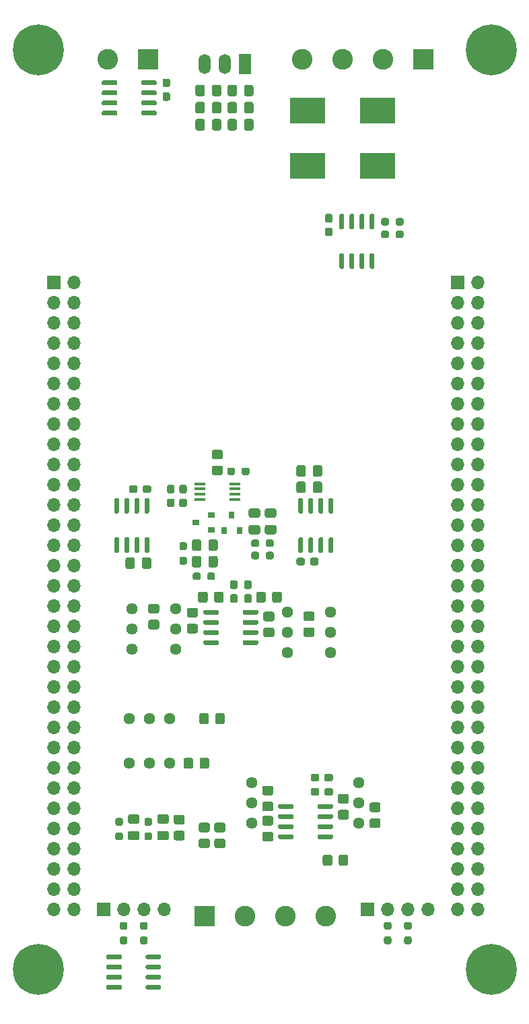
<source format=gts>
G04 #@! TF.GenerationSoftware,KiCad,Pcbnew,5.1.10*
G04 #@! TF.CreationDate,2021-07-20T09:34:09+02:00*
G04 #@! TF.ProjectId,MEV_board,4d45565f-626f-4617-9264-2e6b69636164,rev?*
G04 #@! TF.SameCoordinates,Original*
G04 #@! TF.FileFunction,Soldermask,Top*
G04 #@! TF.FilePolarity,Negative*
%FSLAX46Y46*%
G04 Gerber Fmt 4.6, Leading zero omitted, Abs format (unit mm)*
G04 Created by KiCad (PCBNEW 5.1.10) date 2021-07-20 09:34:09*
%MOMM*%
%LPD*%
G01*
G04 APERTURE LIST*
%ADD10C,6.400000*%
%ADD11C,3.600000*%
%ADD12O,1.700000X1.700000*%
%ADD13R,1.700000X1.700000*%
%ADD14R,4.500000X3.300000*%
%ADD15R,0.900000X0.800000*%
%ADD16R,0.800000X0.900000*%
%ADD17C,2.600000*%
%ADD18R,2.600000X2.600000*%
%ADD19C,1.440000*%
%ADD20R,1.450000X0.450000*%
%ADD21R,1.500000X2.500000*%
%ADD22O,1.500000X2.500000*%
G04 APERTURE END LIST*
G36*
G01*
X133373200Y-138972500D02*
X133373200Y-139447500D01*
G75*
G02*
X133135700Y-139685000I-237500J0D01*
G01*
X132535700Y-139685000D01*
G75*
G02*
X132298200Y-139447500I0J237500D01*
G01*
X132298200Y-138972500D01*
G75*
G02*
X132535700Y-138735000I237500J0D01*
G01*
X133135700Y-138735000D01*
G75*
G02*
X133373200Y-138972500I0J-237500D01*
G01*
G37*
G36*
G01*
X135098200Y-138972500D02*
X135098200Y-139447500D01*
G75*
G02*
X134860700Y-139685000I-237500J0D01*
G01*
X134260700Y-139685000D01*
G75*
G02*
X134023200Y-139447500I0J237500D01*
G01*
X134023200Y-138972500D01*
G75*
G02*
X134260700Y-138735000I237500J0D01*
G01*
X134860700Y-138735000D01*
G75*
G02*
X135098200Y-138972500I0J-237500D01*
G01*
G37*
G36*
G01*
X122868700Y-113732200D02*
X122393700Y-113732200D01*
G75*
G02*
X122156200Y-113494700I0J237500D01*
G01*
X122156200Y-112894700D01*
G75*
G02*
X122393700Y-112657200I237500J0D01*
G01*
X122868700Y-112657200D01*
G75*
G02*
X123106200Y-112894700I0J-237500D01*
G01*
X123106200Y-113494700D01*
G75*
G02*
X122868700Y-113732200I-237500J0D01*
G01*
G37*
G36*
G01*
X122868700Y-115457200D02*
X122393700Y-115457200D01*
G75*
G02*
X122156200Y-115219700I0J237500D01*
G01*
X122156200Y-114619700D01*
G75*
G02*
X122393700Y-114382200I237500J0D01*
G01*
X122868700Y-114382200D01*
G75*
G02*
X123106200Y-114619700I0J-237500D01*
G01*
X123106200Y-115219700D01*
G75*
G02*
X122868700Y-115457200I-237500J0D01*
G01*
G37*
D10*
X98000000Y-161500000D03*
D11*
X98000000Y-161500000D03*
D10*
X155000000Y-161500000D03*
D11*
X155000000Y-161500000D03*
D10*
X98000000Y-46000000D03*
D11*
X98000000Y-46000000D03*
D10*
X155000000Y-46000000D03*
D11*
X155000000Y-46000000D03*
G36*
G01*
X119335600Y-114307199D02*
X119335600Y-115207201D01*
G75*
G02*
X119085601Y-115457200I-249999J0D01*
G01*
X118385599Y-115457200D01*
G75*
G02*
X118135600Y-115207201I0J249999D01*
G01*
X118135600Y-114307199D01*
G75*
G02*
X118385599Y-114057200I249999J0D01*
G01*
X119085601Y-114057200D01*
G75*
G02*
X119335600Y-114307199I0J-249999D01*
G01*
G37*
G36*
G01*
X121335600Y-114307199D02*
X121335600Y-115207201D01*
G75*
G02*
X121085601Y-115457200I-249999J0D01*
G01*
X120385599Y-115457200D01*
G75*
G02*
X120135600Y-115207201I0J249999D01*
G01*
X120135600Y-114307199D01*
G75*
G02*
X120385599Y-114057200I249999J0D01*
G01*
X121085601Y-114057200D01*
G75*
G02*
X121335600Y-114307199I0J-249999D01*
G01*
G37*
D12*
X153340000Y-153960000D03*
X150800000Y-153960000D03*
X153340000Y-151420000D03*
X150800000Y-151420000D03*
X153340000Y-148880000D03*
X150800000Y-148880000D03*
X153340000Y-146340000D03*
X150800000Y-146340000D03*
X153340000Y-143800000D03*
X150800000Y-143800000D03*
X153340000Y-141260000D03*
X150800000Y-141260000D03*
X153340000Y-138720000D03*
X150800000Y-138720000D03*
X153340000Y-136180000D03*
X150800000Y-136180000D03*
X153340000Y-133640000D03*
X150800000Y-133640000D03*
X153340000Y-131100000D03*
X150800000Y-131100000D03*
X153340000Y-128560000D03*
X150800000Y-128560000D03*
X153340000Y-126020000D03*
X150800000Y-126020000D03*
X153340000Y-123480000D03*
X150800000Y-123480000D03*
X153340000Y-120940000D03*
X150800000Y-120940000D03*
X153340000Y-118400000D03*
X150800000Y-118400000D03*
X153340000Y-115860000D03*
X150800000Y-115860000D03*
X153340000Y-113320000D03*
X150800000Y-113320000D03*
X153340000Y-110780000D03*
X150800000Y-110780000D03*
X153340000Y-108240000D03*
X150800000Y-108240000D03*
X153340000Y-105700000D03*
X150800000Y-105700000D03*
X153340000Y-103160000D03*
X150800000Y-103160000D03*
X153340000Y-100620000D03*
X150800000Y-100620000D03*
X153340000Y-98080000D03*
X150800000Y-98080000D03*
X153340000Y-95540000D03*
X150800000Y-95540000D03*
X153340000Y-93000000D03*
X150800000Y-93000000D03*
X153340000Y-90460000D03*
X150800000Y-90460000D03*
X153340000Y-87920000D03*
X150800000Y-87920000D03*
X153340000Y-85380000D03*
X150800000Y-85380000D03*
X153340000Y-82840000D03*
X150800000Y-82840000D03*
X153340000Y-80300000D03*
X150800000Y-80300000D03*
X153340000Y-77760000D03*
X150800000Y-77760000D03*
X153340000Y-75220000D03*
D13*
X150800000Y-75220000D03*
D12*
X102530000Y-153960000D03*
X99990000Y-153960000D03*
X102530000Y-151420000D03*
X99990000Y-151420000D03*
X102530000Y-148880000D03*
X99990000Y-148880000D03*
X102530000Y-146340000D03*
X99990000Y-146340000D03*
X102530000Y-143800000D03*
X99990000Y-143800000D03*
X102530000Y-141260000D03*
X99990000Y-141260000D03*
X102530000Y-138720000D03*
X99990000Y-138720000D03*
X102530000Y-136180000D03*
X99990000Y-136180000D03*
X102530000Y-133640000D03*
X99990000Y-133640000D03*
X102530000Y-131100000D03*
X99990000Y-131100000D03*
X102530000Y-128560000D03*
X99990000Y-128560000D03*
X102530000Y-126020000D03*
X99990000Y-126020000D03*
X102530000Y-123480000D03*
X99990000Y-123480000D03*
X102530000Y-120940000D03*
X99990000Y-120940000D03*
X102530000Y-118400000D03*
X99990000Y-118400000D03*
X102530000Y-115860000D03*
X99990000Y-115860000D03*
X102530000Y-113320000D03*
X99990000Y-113320000D03*
X102530000Y-110780000D03*
X99990000Y-110780000D03*
X102530000Y-108240000D03*
X99990000Y-108240000D03*
X102530000Y-105700000D03*
X99990000Y-105700000D03*
X102530000Y-103160000D03*
X99990000Y-103160000D03*
X102530000Y-100620000D03*
X99990000Y-100620000D03*
X102530000Y-98080000D03*
X99990000Y-98080000D03*
X102530000Y-95540000D03*
X99990000Y-95540000D03*
X102530000Y-93000000D03*
X99990000Y-93000000D03*
X102530000Y-90460000D03*
X99990000Y-90460000D03*
X102530000Y-87920000D03*
X99990000Y-87920000D03*
X102530000Y-85380000D03*
X99990000Y-85380000D03*
X102530000Y-82840000D03*
X99990000Y-82840000D03*
X102530000Y-80300000D03*
X99990000Y-80300000D03*
X102530000Y-77760000D03*
X99990000Y-77760000D03*
X102530000Y-75220000D03*
D13*
X99990000Y-75220000D03*
D12*
X147066000Y-153987500D03*
X144526000Y-153987500D03*
X141986000Y-153987500D03*
D13*
X139446000Y-153987500D03*
D12*
X113842798Y-153974800D03*
X111302798Y-153974800D03*
X108762798Y-153974800D03*
D13*
X106222798Y-153974800D03*
G36*
G01*
X113910100Y-49627500D02*
X114385100Y-49627500D01*
G75*
G02*
X114622600Y-49865000I0J-237500D01*
G01*
X114622600Y-50465000D01*
G75*
G02*
X114385100Y-50702500I-237500J0D01*
G01*
X113910100Y-50702500D01*
G75*
G02*
X113672600Y-50465000I0J237500D01*
G01*
X113672600Y-49865000D01*
G75*
G02*
X113910100Y-49627500I237500J0D01*
G01*
G37*
G36*
G01*
X113910100Y-51352500D02*
X114385100Y-51352500D01*
G75*
G02*
X114622600Y-51590000I0J-237500D01*
G01*
X114622600Y-52190000D01*
G75*
G02*
X114385100Y-52427500I-237500J0D01*
G01*
X113910100Y-52427500D01*
G75*
G02*
X113672600Y-52190000I0J237500D01*
G01*
X113672600Y-51590000D01*
G75*
G02*
X113910100Y-51352500I237500J0D01*
G01*
G37*
G36*
G01*
X119434400Y-110783000D02*
X119434400Y-109833000D01*
G75*
G02*
X119684400Y-109583000I250000J0D01*
G01*
X120359400Y-109583000D01*
G75*
G02*
X120609400Y-109833000I0J-250000D01*
G01*
X120609400Y-110783000D01*
G75*
G02*
X120359400Y-111033000I-250000J0D01*
G01*
X119684400Y-111033000D01*
G75*
G02*
X119434400Y-110783000I0J250000D01*
G01*
G37*
G36*
G01*
X117359400Y-110783000D02*
X117359400Y-109833000D01*
G75*
G02*
X117609400Y-109583000I250000J0D01*
G01*
X118284400Y-109583000D01*
G75*
G02*
X118534400Y-109833000I0J-250000D01*
G01*
X118534400Y-110783000D01*
G75*
G02*
X118284400Y-111033000I-250000J0D01*
G01*
X117609400Y-111033000D01*
G75*
G02*
X117359400Y-110783000I0J250000D01*
G01*
G37*
G36*
G01*
X127729400Y-106863000D02*
X126779400Y-106863000D01*
G75*
G02*
X126529400Y-106613000I0J250000D01*
G01*
X126529400Y-105938000D01*
G75*
G02*
X126779400Y-105688000I250000J0D01*
G01*
X127729400Y-105688000D01*
G75*
G02*
X127979400Y-105938000I0J-250000D01*
G01*
X127979400Y-106613000D01*
G75*
G02*
X127729400Y-106863000I-250000J0D01*
G01*
G37*
G36*
G01*
X127729400Y-104788000D02*
X126779400Y-104788000D01*
G75*
G02*
X126529400Y-104538000I0J250000D01*
G01*
X126529400Y-103863000D01*
G75*
G02*
X126779400Y-103613000I250000J0D01*
G01*
X127729400Y-103613000D01*
G75*
G02*
X127979400Y-103863000I0J-250000D01*
G01*
X127979400Y-104538000D01*
G75*
G02*
X127729400Y-104788000I-250000J0D01*
G01*
G37*
G36*
G01*
X117359400Y-108703000D02*
X117359400Y-107753000D01*
G75*
G02*
X117609400Y-107503000I250000J0D01*
G01*
X118284400Y-107503000D01*
G75*
G02*
X118534400Y-107753000I0J-250000D01*
G01*
X118534400Y-108703000D01*
G75*
G02*
X118284400Y-108953000I-250000J0D01*
G01*
X117609400Y-108953000D01*
G75*
G02*
X117359400Y-108703000I0J250000D01*
G01*
G37*
G36*
G01*
X119434400Y-108703000D02*
X119434400Y-107753000D01*
G75*
G02*
X119684400Y-107503000I250000J0D01*
G01*
X120359400Y-107503000D01*
G75*
G02*
X120609400Y-107753000I0J-250000D01*
G01*
X120609400Y-108703000D01*
G75*
G02*
X120359400Y-108953000I-250000J0D01*
G01*
X119684400Y-108953000D01*
G75*
G02*
X119434400Y-108703000I0J250000D01*
G01*
G37*
G36*
G01*
X125689400Y-104788000D02*
X124739400Y-104788000D01*
G75*
G02*
X124489400Y-104538000I0J250000D01*
G01*
X124489400Y-103863000D01*
G75*
G02*
X124739400Y-103613000I250000J0D01*
G01*
X125689400Y-103613000D01*
G75*
G02*
X125939400Y-103863000I0J-250000D01*
G01*
X125939400Y-104538000D01*
G75*
G02*
X125689400Y-104788000I-250000J0D01*
G01*
G37*
G36*
G01*
X125689400Y-106863000D02*
X124739400Y-106863000D01*
G75*
G02*
X124489400Y-106613000I0J250000D01*
G01*
X124489400Y-105938000D01*
G75*
G02*
X124739400Y-105688000I250000J0D01*
G01*
X125689400Y-105688000D01*
G75*
G02*
X125939400Y-105938000I0J-250000D01*
G01*
X125939400Y-106613000D01*
G75*
G02*
X125689400Y-106863000I-250000J0D01*
G01*
G37*
G36*
G01*
X124171700Y-112657200D02*
X124646700Y-112657200D01*
G75*
G02*
X124884200Y-112894700I0J-237500D01*
G01*
X124884200Y-113494700D01*
G75*
G02*
X124646700Y-113732200I-237500J0D01*
G01*
X124171700Y-113732200D01*
G75*
G02*
X123934200Y-113494700I0J237500D01*
G01*
X123934200Y-112894700D01*
G75*
G02*
X124171700Y-112657200I237500J0D01*
G01*
G37*
G36*
G01*
X124171700Y-114382200D02*
X124646700Y-114382200D01*
G75*
G02*
X124884200Y-114619700I0J-237500D01*
G01*
X124884200Y-115219700D01*
G75*
G02*
X124646700Y-115457200I-237500J0D01*
G01*
X124171700Y-115457200D01*
G75*
G02*
X123934200Y-115219700I0J237500D01*
G01*
X123934200Y-114619700D01*
G75*
G02*
X124171700Y-114382200I237500J0D01*
G01*
G37*
G36*
G01*
X114461400Y-100645500D02*
X114936400Y-100645500D01*
G75*
G02*
X115173900Y-100883000I0J-237500D01*
G01*
X115173900Y-101483000D01*
G75*
G02*
X114936400Y-101720500I-237500J0D01*
G01*
X114461400Y-101720500D01*
G75*
G02*
X114223900Y-101483000I0J237500D01*
G01*
X114223900Y-100883000D01*
G75*
G02*
X114461400Y-100645500I237500J0D01*
G01*
G37*
G36*
G01*
X114461400Y-102370500D02*
X114936400Y-102370500D01*
G75*
G02*
X115173900Y-102608000I0J-237500D01*
G01*
X115173900Y-103208000D01*
G75*
G02*
X114936400Y-103445500I-237500J0D01*
G01*
X114461400Y-103445500D01*
G75*
G02*
X114223900Y-103208000I0J237500D01*
G01*
X114223900Y-102608000D01*
G75*
G02*
X114461400Y-102370500I237500J0D01*
G01*
G37*
G36*
G01*
X116001400Y-102370500D02*
X116476400Y-102370500D01*
G75*
G02*
X116713900Y-102608000I0J-237500D01*
G01*
X116713900Y-103208000D01*
G75*
G02*
X116476400Y-103445500I-237500J0D01*
G01*
X116001400Y-103445500D01*
G75*
G02*
X115763900Y-103208000I0J237500D01*
G01*
X115763900Y-102608000D01*
G75*
G02*
X116001400Y-102370500I237500J0D01*
G01*
G37*
G36*
G01*
X116001400Y-100645500D02*
X116476400Y-100645500D01*
G75*
G02*
X116713900Y-100883000I0J-237500D01*
G01*
X116713900Y-101483000D01*
G75*
G02*
X116476400Y-101720500I-237500J0D01*
G01*
X116001400Y-101720500D01*
G75*
G02*
X115763900Y-101483000I0J237500D01*
G01*
X115763900Y-100883000D01*
G75*
G02*
X116001400Y-100645500I237500J0D01*
G01*
G37*
G36*
G01*
X114195000Y-145287500D02*
X113245000Y-145287500D01*
G75*
G02*
X112995000Y-145037500I0J250000D01*
G01*
X112995000Y-144362500D01*
G75*
G02*
X113245000Y-144112500I250000J0D01*
G01*
X114195000Y-144112500D01*
G75*
G02*
X114445000Y-144362500I0J-250000D01*
G01*
X114445000Y-145037500D01*
G75*
G02*
X114195000Y-145287500I-250000J0D01*
G01*
G37*
G36*
G01*
X114195000Y-143212500D02*
X113245000Y-143212500D01*
G75*
G02*
X112995000Y-142962500I0J250000D01*
G01*
X112995000Y-142287500D01*
G75*
G02*
X113245000Y-142037500I250000J0D01*
G01*
X114195000Y-142037500D01*
G75*
G02*
X114445000Y-142287500I0J-250000D01*
G01*
X114445000Y-142962500D01*
G75*
G02*
X114195000Y-143212500I-250000J0D01*
G01*
G37*
G36*
G01*
X110505000Y-143212500D02*
X109555000Y-143212500D01*
G75*
G02*
X109305000Y-142962500I0J250000D01*
G01*
X109305000Y-142287500D01*
G75*
G02*
X109555000Y-142037500I250000J0D01*
G01*
X110505000Y-142037500D01*
G75*
G02*
X110755000Y-142287500I0J-250000D01*
G01*
X110755000Y-142962500D01*
G75*
G02*
X110505000Y-143212500I-250000J0D01*
G01*
G37*
G36*
G01*
X110505000Y-145287500D02*
X109555000Y-145287500D01*
G75*
G02*
X109305000Y-145037500I0J250000D01*
G01*
X109305000Y-144362500D01*
G75*
G02*
X109555000Y-144112500I250000J0D01*
G01*
X110505000Y-144112500D01*
G75*
G02*
X110755000Y-144362500I0J-250000D01*
G01*
X110755000Y-145037500D01*
G75*
G02*
X110505000Y-145287500I-250000J0D01*
G01*
G37*
G36*
G01*
X133748600Y-98432600D02*
X133748600Y-99382600D01*
G75*
G02*
X133498600Y-99632600I-250000J0D01*
G01*
X132823600Y-99632600D01*
G75*
G02*
X132573600Y-99382600I0J250000D01*
G01*
X132573600Y-98432600D01*
G75*
G02*
X132823600Y-98182600I250000J0D01*
G01*
X133498600Y-98182600D01*
G75*
G02*
X133748600Y-98432600I0J-250000D01*
G01*
G37*
G36*
G01*
X131673600Y-98432600D02*
X131673600Y-99382600D01*
G75*
G02*
X131423600Y-99632600I-250000J0D01*
G01*
X130748600Y-99632600D01*
G75*
G02*
X130498600Y-99382600I0J250000D01*
G01*
X130498600Y-98432600D01*
G75*
G02*
X130748600Y-98182600I250000J0D01*
G01*
X131423600Y-98182600D01*
G75*
G02*
X131673600Y-98432600I0J-250000D01*
G01*
G37*
G36*
G01*
X131673600Y-100490000D02*
X131673600Y-101440000D01*
G75*
G02*
X131423600Y-101690000I-250000J0D01*
G01*
X130748600Y-101690000D01*
G75*
G02*
X130498600Y-101440000I0J250000D01*
G01*
X130498600Y-100490000D01*
G75*
G02*
X130748600Y-100240000I250000J0D01*
G01*
X131423600Y-100240000D01*
G75*
G02*
X131673600Y-100490000I0J-250000D01*
G01*
G37*
G36*
G01*
X133748600Y-100490000D02*
X133748600Y-101440000D01*
G75*
G02*
X133498600Y-101690000I-250000J0D01*
G01*
X132823600Y-101690000D01*
G75*
G02*
X132573600Y-101440000I0J250000D01*
G01*
X132573600Y-100490000D01*
G75*
G02*
X132823600Y-100240000I250000J0D01*
G01*
X133498600Y-100240000D01*
G75*
G02*
X133748600Y-100490000I0J-250000D01*
G01*
G37*
G36*
G01*
X121845500Y-51602601D02*
X121845500Y-50652601D01*
G75*
G02*
X122095500Y-50402601I250000J0D01*
G01*
X122770500Y-50402601D01*
G75*
G02*
X123020500Y-50652601I0J-250000D01*
G01*
X123020500Y-51602601D01*
G75*
G02*
X122770500Y-51852601I-250000J0D01*
G01*
X122095500Y-51852601D01*
G75*
G02*
X121845500Y-51602601I0J250000D01*
G01*
G37*
G36*
G01*
X123920500Y-51602601D02*
X123920500Y-50652601D01*
G75*
G02*
X124170500Y-50402601I250000J0D01*
G01*
X124845500Y-50402601D01*
G75*
G02*
X125095500Y-50652601I0J-250000D01*
G01*
X125095500Y-51602601D01*
G75*
G02*
X124845500Y-51852601I-250000J0D01*
G01*
X124170500Y-51852601D01*
G75*
G02*
X123920500Y-51602601I0J250000D01*
G01*
G37*
G36*
G01*
X123920500Y-55897800D02*
X123920500Y-54947800D01*
G75*
G02*
X124170500Y-54697800I250000J0D01*
G01*
X124845500Y-54697800D01*
G75*
G02*
X125095500Y-54947800I0J-250000D01*
G01*
X125095500Y-55897800D01*
G75*
G02*
X124845500Y-56147800I-250000J0D01*
G01*
X124170500Y-56147800D01*
G75*
G02*
X123920500Y-55897800I0J250000D01*
G01*
G37*
G36*
G01*
X121845500Y-55897800D02*
X121845500Y-54947800D01*
G75*
G02*
X122095500Y-54697800I250000J0D01*
G01*
X122770500Y-54697800D01*
G75*
G02*
X123020500Y-54947800I0J-250000D01*
G01*
X123020500Y-55897800D01*
G75*
G02*
X122770500Y-56147800I-250000J0D01*
G01*
X122095500Y-56147800D01*
G75*
G02*
X121845500Y-55897800I0J250000D01*
G01*
G37*
G36*
G01*
X121845500Y-53764200D02*
X121845500Y-52814200D01*
G75*
G02*
X122095500Y-52564200I250000J0D01*
G01*
X122770500Y-52564200D01*
G75*
G02*
X123020500Y-52814200I0J-250000D01*
G01*
X123020500Y-53764200D01*
G75*
G02*
X122770500Y-54014200I-250000J0D01*
G01*
X122095500Y-54014200D01*
G75*
G02*
X121845500Y-53764200I0J250000D01*
G01*
G37*
G36*
G01*
X123920500Y-53764200D02*
X123920500Y-52814200D01*
G75*
G02*
X124170500Y-52564200I250000J0D01*
G01*
X124845500Y-52564200D01*
G75*
G02*
X125095500Y-52814200I0J-250000D01*
G01*
X125095500Y-53764200D01*
G75*
G02*
X124845500Y-54014200I-250000J0D01*
G01*
X124170500Y-54014200D01*
G75*
G02*
X123920500Y-53764200I0J250000D01*
G01*
G37*
G36*
G01*
X131568600Y-110049300D02*
X131568600Y-110524300D01*
G75*
G02*
X131331100Y-110761800I-237500J0D01*
G01*
X130731100Y-110761800D01*
G75*
G02*
X130493600Y-110524300I0J237500D01*
G01*
X130493600Y-110049300D01*
G75*
G02*
X130731100Y-109811800I237500J0D01*
G01*
X131331100Y-109811800D01*
G75*
G02*
X131568600Y-110049300I0J-237500D01*
G01*
G37*
G36*
G01*
X133293600Y-110049300D02*
X133293600Y-110524300D01*
G75*
G02*
X133056100Y-110761800I-237500J0D01*
G01*
X132456100Y-110761800D01*
G75*
G02*
X132218600Y-110524300I0J237500D01*
G01*
X132218600Y-110049300D01*
G75*
G02*
X132456100Y-109811800I237500J0D01*
G01*
X133056100Y-109811800D01*
G75*
G02*
X133293600Y-110049300I0J-237500D01*
G01*
G37*
G36*
G01*
X111070900Y-110965000D02*
X111070900Y-110015000D01*
G75*
G02*
X111320900Y-109765000I250000J0D01*
G01*
X111995900Y-109765000D01*
G75*
G02*
X112245900Y-110015000I0J-250000D01*
G01*
X112245900Y-110965000D01*
G75*
G02*
X111995900Y-111215000I-250000J0D01*
G01*
X111320900Y-111215000D01*
G75*
G02*
X111070900Y-110965000I0J250000D01*
G01*
G37*
G36*
G01*
X108995900Y-110965000D02*
X108995900Y-110015000D01*
G75*
G02*
X109245900Y-109765000I250000J0D01*
G01*
X109920900Y-109765000D01*
G75*
G02*
X110170900Y-110015000I0J-250000D01*
G01*
X110170900Y-110965000D01*
G75*
G02*
X109920900Y-111215000I-250000J0D01*
G01*
X109245900Y-111215000D01*
G75*
G02*
X108995900Y-110965000I0J250000D01*
G01*
G37*
G36*
G01*
X121053000Y-54947800D02*
X121053000Y-55897800D01*
G75*
G02*
X120803000Y-56147800I-250000J0D01*
G01*
X120128000Y-56147800D01*
G75*
G02*
X119878000Y-55897800I0J250000D01*
G01*
X119878000Y-54947800D01*
G75*
G02*
X120128000Y-54697800I250000J0D01*
G01*
X120803000Y-54697800D01*
G75*
G02*
X121053000Y-54947800I0J-250000D01*
G01*
G37*
G36*
G01*
X118978000Y-54947800D02*
X118978000Y-55897800D01*
G75*
G02*
X118728000Y-56147800I-250000J0D01*
G01*
X118053000Y-56147800D01*
G75*
G02*
X117803000Y-55897800I0J250000D01*
G01*
X117803000Y-54947800D01*
G75*
G02*
X118053000Y-54697800I250000J0D01*
G01*
X118728000Y-54697800D01*
G75*
G02*
X118978000Y-54947800I0J-250000D01*
G01*
G37*
G36*
G01*
X121053000Y-52814200D02*
X121053000Y-53764200D01*
G75*
G02*
X120803000Y-54014200I-250000J0D01*
G01*
X120128000Y-54014200D01*
G75*
G02*
X119878000Y-53764200I0J250000D01*
G01*
X119878000Y-52814200D01*
G75*
G02*
X120128000Y-52564200I250000J0D01*
G01*
X120803000Y-52564200D01*
G75*
G02*
X121053000Y-52814200I0J-250000D01*
G01*
G37*
G36*
G01*
X118978000Y-52814200D02*
X118978000Y-53764200D01*
G75*
G02*
X118728000Y-54014200I-250000J0D01*
G01*
X118053000Y-54014200D01*
G75*
G02*
X117803000Y-53764200I0J250000D01*
G01*
X117803000Y-52814200D01*
G75*
G02*
X118053000Y-52564200I250000J0D01*
G01*
X118728000Y-52564200D01*
G75*
G02*
X118978000Y-52814200I0J-250000D01*
G01*
G37*
G36*
G01*
X109445600Y-101420500D02*
X109445600Y-100945500D01*
G75*
G02*
X109683100Y-100708000I237500J0D01*
G01*
X110283100Y-100708000D01*
G75*
G02*
X110520600Y-100945500I0J-237500D01*
G01*
X110520600Y-101420500D01*
G75*
G02*
X110283100Y-101658000I-237500J0D01*
G01*
X109683100Y-101658000D01*
G75*
G02*
X109445600Y-101420500I0J237500D01*
G01*
G37*
G36*
G01*
X111170600Y-101420500D02*
X111170600Y-100945500D01*
G75*
G02*
X111408100Y-100708000I237500J0D01*
G01*
X112008100Y-100708000D01*
G75*
G02*
X112245600Y-100945500I0J-237500D01*
G01*
X112245600Y-101420500D01*
G75*
G02*
X112008100Y-101658000I-237500J0D01*
G01*
X111408100Y-101658000D01*
G75*
G02*
X111170600Y-101420500I0J237500D01*
G01*
G37*
G36*
G01*
X118978000Y-50652601D02*
X118978000Y-51602601D01*
G75*
G02*
X118728000Y-51852601I-250000J0D01*
G01*
X118053000Y-51852601D01*
G75*
G02*
X117803000Y-51602601I0J250000D01*
G01*
X117803000Y-50652601D01*
G75*
G02*
X118053000Y-50402601I250000J0D01*
G01*
X118728000Y-50402601D01*
G75*
G02*
X118978000Y-50652601I0J-250000D01*
G01*
G37*
G36*
G01*
X121053000Y-50652601D02*
X121053000Y-51602601D01*
G75*
G02*
X120803000Y-51852601I-250000J0D01*
G01*
X120128000Y-51852601D01*
G75*
G02*
X119878000Y-51602601I0J250000D01*
G01*
X119878000Y-50652601D01*
G75*
G02*
X120128000Y-50402601I250000J0D01*
G01*
X120803000Y-50402601D01*
G75*
G02*
X121053000Y-50652601I0J-250000D01*
G01*
G37*
G36*
G01*
X134023200Y-137657500D02*
X134023200Y-137182500D01*
G75*
G02*
X134260700Y-136945000I237500J0D01*
G01*
X134860700Y-136945000D01*
G75*
G02*
X135098200Y-137182500I0J-237500D01*
G01*
X135098200Y-137657500D01*
G75*
G02*
X134860700Y-137895000I-237500J0D01*
G01*
X134260700Y-137895000D01*
G75*
G02*
X134023200Y-137657500I0J237500D01*
G01*
G37*
G36*
G01*
X132298200Y-137657500D02*
X132298200Y-137182500D01*
G75*
G02*
X132535700Y-136945000I237500J0D01*
G01*
X133135700Y-136945000D01*
G75*
G02*
X133373200Y-137182500I0J-237500D01*
G01*
X133373200Y-137657500D01*
G75*
G02*
X133135700Y-137895000I-237500J0D01*
G01*
X132535700Y-137895000D01*
G75*
G02*
X132298200Y-137657500I0J237500D01*
G01*
G37*
G36*
G01*
X134331700Y-68351800D02*
X134806700Y-68351800D01*
G75*
G02*
X135044200Y-68589300I0J-237500D01*
G01*
X135044200Y-69189300D01*
G75*
G02*
X134806700Y-69426800I-237500J0D01*
G01*
X134331700Y-69426800D01*
G75*
G02*
X134094200Y-69189300I0J237500D01*
G01*
X134094200Y-68589300D01*
G75*
G02*
X134331700Y-68351800I237500J0D01*
G01*
G37*
G36*
G01*
X134331700Y-66626800D02*
X134806700Y-66626800D01*
G75*
G02*
X135044200Y-66864300I0J-237500D01*
G01*
X135044200Y-67464300D01*
G75*
G02*
X134806700Y-67701800I-237500J0D01*
G01*
X134331700Y-67701800D01*
G75*
G02*
X134094200Y-67464300I0J237500D01*
G01*
X134094200Y-66864300D01*
G75*
G02*
X134331700Y-66626800I237500J0D01*
G01*
G37*
D14*
X140740000Y-53644800D03*
X131940000Y-53644800D03*
X131940000Y-60604400D03*
X140740000Y-60604400D03*
D15*
X117814400Y-105368000D03*
X119814400Y-104418000D03*
X119814400Y-106318000D03*
D16*
X121424400Y-106418000D03*
X123324400Y-106418000D03*
X122374400Y-104418000D03*
D17*
X134188200Y-154838400D03*
X129108200Y-154838400D03*
X124028200Y-154838400D03*
D18*
X118948200Y-154838400D03*
X111823500Y-47200000D03*
D17*
X106743500Y-47200000D03*
D18*
X146500000Y-47200000D03*
D17*
X141420000Y-47200000D03*
X136340000Y-47200000D03*
X131260000Y-47200000D03*
G36*
G01*
X119368201Y-144280000D02*
X118468199Y-144280000D01*
G75*
G02*
X118218200Y-144030001I0J249999D01*
G01*
X118218200Y-143329999D01*
G75*
G02*
X118468199Y-143080000I249999J0D01*
G01*
X119368201Y-143080000D01*
G75*
G02*
X119618200Y-143329999I0J-249999D01*
G01*
X119618200Y-144030001D01*
G75*
G02*
X119368201Y-144280000I-249999J0D01*
G01*
G37*
G36*
G01*
X119368201Y-146280000D02*
X118468199Y-146280000D01*
G75*
G02*
X118218200Y-146030001I0J249999D01*
G01*
X118218200Y-145329999D01*
G75*
G02*
X118468199Y-145080000I249999J0D01*
G01*
X119368201Y-145080000D01*
G75*
G02*
X119618200Y-145329999I0J-249999D01*
G01*
X119618200Y-146030001D01*
G75*
G02*
X119368201Y-146280000I-249999J0D01*
G01*
G37*
G36*
G01*
X121330001Y-144280000D02*
X120429999Y-144280000D01*
G75*
G02*
X120180000Y-144030001I0J249999D01*
G01*
X120180000Y-143329999D01*
G75*
G02*
X120429999Y-143080000I249999J0D01*
G01*
X121330001Y-143080000D01*
G75*
G02*
X121580000Y-143329999I0J-249999D01*
G01*
X121580000Y-144030001D01*
G75*
G02*
X121330001Y-144280000I-249999J0D01*
G01*
G37*
G36*
G01*
X121330001Y-146280000D02*
X120429999Y-146280000D01*
G75*
G02*
X120180000Y-146030001I0J249999D01*
G01*
X120180000Y-145329999D01*
G75*
G02*
X120429999Y-145080000I249999J0D01*
G01*
X121330001Y-145080000D01*
G75*
G02*
X121580000Y-145329999I0J-249999D01*
G01*
X121580000Y-146030001D01*
G75*
G02*
X121330001Y-146280000I-249999J0D01*
G01*
G37*
G36*
G01*
X116320000Y-136070001D02*
X116320000Y-135169999D01*
G75*
G02*
X116569999Y-134920000I249999J0D01*
G01*
X117270001Y-134920000D01*
G75*
G02*
X117520000Y-135169999I0J-249999D01*
G01*
X117520000Y-136070001D01*
G75*
G02*
X117270001Y-136320000I-249999J0D01*
G01*
X116569999Y-136320000D01*
G75*
G02*
X116320000Y-136070001I0J249999D01*
G01*
G37*
G36*
G01*
X118320000Y-136070001D02*
X118320000Y-135169999D01*
G75*
G02*
X118569999Y-134920000I249999J0D01*
G01*
X119270001Y-134920000D01*
G75*
G02*
X119520000Y-135169999I0J-249999D01*
G01*
X119520000Y-136070001D01*
G75*
G02*
X119270001Y-136320000I-249999J0D01*
G01*
X118569999Y-136320000D01*
G75*
G02*
X118320000Y-136070001I0J249999D01*
G01*
G37*
G36*
G01*
X118280000Y-130470001D02*
X118280000Y-129569999D01*
G75*
G02*
X118529999Y-129320000I249999J0D01*
G01*
X119230001Y-129320000D01*
G75*
G02*
X119480000Y-129569999I0J-249999D01*
G01*
X119480000Y-130470001D01*
G75*
G02*
X119230001Y-130720000I-249999J0D01*
G01*
X118529999Y-130720000D01*
G75*
G02*
X118280000Y-130470001I0J249999D01*
G01*
G37*
G36*
G01*
X120280000Y-130470001D02*
X120280000Y-129569999D01*
G75*
G02*
X120529999Y-129320000I249999J0D01*
G01*
X121230001Y-129320000D01*
G75*
G02*
X121480000Y-129569999I0J-249999D01*
G01*
X121480000Y-130470001D01*
G75*
G02*
X121230001Y-130720000I-249999J0D01*
G01*
X120529999Y-130720000D01*
G75*
G02*
X120280000Y-130470001I0J249999D01*
G01*
G37*
G36*
G01*
X113003751Y-116805000D02*
X112103749Y-116805000D01*
G75*
G02*
X111853750Y-116555001I0J249999D01*
G01*
X111853750Y-115854999D01*
G75*
G02*
X112103749Y-115605000I249999J0D01*
G01*
X113003751Y-115605000D01*
G75*
G02*
X113253750Y-115854999I0J-249999D01*
G01*
X113253750Y-116555001D01*
G75*
G02*
X113003751Y-116805000I-249999J0D01*
G01*
G37*
G36*
G01*
X113003751Y-118805000D02*
X112103749Y-118805000D01*
G75*
G02*
X111853750Y-118555001I0J249999D01*
G01*
X111853750Y-117854999D01*
G75*
G02*
X112103749Y-117605000I249999J0D01*
G01*
X113003751Y-117605000D01*
G75*
G02*
X113253750Y-117854999I0J-249999D01*
G01*
X113253750Y-118555001D01*
G75*
G02*
X113003751Y-118805000I-249999J0D01*
G01*
G37*
G36*
G01*
X127450800Y-115207201D02*
X127450800Y-114307199D01*
G75*
G02*
X127700799Y-114057200I249999J0D01*
G01*
X128400801Y-114057200D01*
G75*
G02*
X128650800Y-114307199I0J-249999D01*
G01*
X128650800Y-115207201D01*
G75*
G02*
X128400801Y-115457200I-249999J0D01*
G01*
X127700799Y-115457200D01*
G75*
G02*
X127450800Y-115207201I0J249999D01*
G01*
G37*
G36*
G01*
X125450800Y-115207201D02*
X125450800Y-114307199D01*
G75*
G02*
X125700799Y-114057200I249999J0D01*
G01*
X126400801Y-114057200D01*
G75*
G02*
X126650800Y-114307199I0J-249999D01*
G01*
X126650800Y-115207201D01*
G75*
G02*
X126400801Y-115457200I-249999J0D01*
G01*
X125700799Y-115457200D01*
G75*
G02*
X125450800Y-115207201I0J249999D01*
G01*
G37*
G36*
G01*
X132530001Y-117760800D02*
X131629999Y-117760800D01*
G75*
G02*
X131380000Y-117510801I0J249999D01*
G01*
X131380000Y-116810799D01*
G75*
G02*
X131629999Y-116560800I249999J0D01*
G01*
X132530001Y-116560800D01*
G75*
G02*
X132780000Y-116810799I0J-249999D01*
G01*
X132780000Y-117510801D01*
G75*
G02*
X132530001Y-117760800I-249999J0D01*
G01*
G37*
G36*
G01*
X132530001Y-119760800D02*
X131629999Y-119760800D01*
G75*
G02*
X131380000Y-119510801I0J249999D01*
G01*
X131380000Y-118810799D01*
G75*
G02*
X131629999Y-118560800I249999J0D01*
G01*
X132530001Y-118560800D01*
G75*
G02*
X132780000Y-118810799I0J-249999D01*
G01*
X132780000Y-119510801D01*
G75*
G02*
X132530001Y-119760800I-249999J0D01*
G01*
G37*
G36*
G01*
X116961749Y-116104500D02*
X117861751Y-116104500D01*
G75*
G02*
X118111750Y-116354499I0J-249999D01*
G01*
X118111750Y-117054501D01*
G75*
G02*
X117861751Y-117304500I-249999J0D01*
G01*
X116961749Y-117304500D01*
G75*
G02*
X116711750Y-117054501I0J249999D01*
G01*
X116711750Y-116354499D01*
G75*
G02*
X116961749Y-116104500I249999J0D01*
G01*
G37*
G36*
G01*
X116961749Y-118104500D02*
X117861751Y-118104500D01*
G75*
G02*
X118111750Y-118354499I0J-249999D01*
G01*
X118111750Y-119054501D01*
G75*
G02*
X117861751Y-119304500I-249999J0D01*
G01*
X116961749Y-119304500D01*
G75*
G02*
X116711750Y-119054501I0J249999D01*
G01*
X116711750Y-118354499D01*
G75*
G02*
X116961749Y-118104500I249999J0D01*
G01*
G37*
G36*
G01*
X126575149Y-116589500D02*
X127475151Y-116589500D01*
G75*
G02*
X127725150Y-116839499I0J-249999D01*
G01*
X127725150Y-117539501D01*
G75*
G02*
X127475151Y-117789500I-249999J0D01*
G01*
X126575149Y-117789500D01*
G75*
G02*
X126325150Y-117539501I0J249999D01*
G01*
X126325150Y-116839499D01*
G75*
G02*
X126575149Y-116589500I249999J0D01*
G01*
G37*
G36*
G01*
X126575149Y-118589500D02*
X127475151Y-118589500D01*
G75*
G02*
X127725150Y-118839499I0J-249999D01*
G01*
X127725150Y-119539501D01*
G75*
G02*
X127475151Y-119789500I-249999J0D01*
G01*
X126575149Y-119789500D01*
G75*
G02*
X126325150Y-119539501I0J249999D01*
G01*
X126325150Y-118839499D01*
G75*
G02*
X126575149Y-118589500I249999J0D01*
G01*
G37*
G36*
G01*
X117464400Y-112375500D02*
X117464400Y-111900500D01*
G75*
G02*
X117701900Y-111663000I237500J0D01*
G01*
X118201900Y-111663000D01*
G75*
G02*
X118439400Y-111900500I0J-237500D01*
G01*
X118439400Y-112375500D01*
G75*
G02*
X118201900Y-112613000I-237500J0D01*
G01*
X117701900Y-112613000D01*
G75*
G02*
X117464400Y-112375500I0J237500D01*
G01*
G37*
G36*
G01*
X119289400Y-112375500D02*
X119289400Y-111900500D01*
G75*
G02*
X119526900Y-111663000I237500J0D01*
G01*
X120026900Y-111663000D01*
G75*
G02*
X120264400Y-111900500I0J-237500D01*
G01*
X120264400Y-112375500D01*
G75*
G02*
X120026900Y-112613000I-237500J0D01*
G01*
X119526900Y-112613000D01*
G75*
G02*
X119289400Y-112375500I0J237500D01*
G01*
G37*
G36*
G01*
X125809400Y-109290500D02*
X125809400Y-109765500D01*
G75*
G02*
X125571900Y-110003000I-237500J0D01*
G01*
X125071900Y-110003000D01*
G75*
G02*
X124834400Y-109765500I0J237500D01*
G01*
X124834400Y-109290500D01*
G75*
G02*
X125071900Y-109053000I237500J0D01*
G01*
X125571900Y-109053000D01*
G75*
G02*
X125809400Y-109290500I0J-237500D01*
G01*
G37*
G36*
G01*
X127634400Y-109290500D02*
X127634400Y-109765500D01*
G75*
G02*
X127396900Y-110003000I-237500J0D01*
G01*
X126896900Y-110003000D01*
G75*
G02*
X126659400Y-109765500I0J237500D01*
G01*
X126659400Y-109290500D01*
G75*
G02*
X126896900Y-109053000I237500J0D01*
G01*
X127396900Y-109053000D01*
G75*
G02*
X127634400Y-109290500I0J-237500D01*
G01*
G37*
G36*
G01*
X116026900Y-109693000D02*
X116501900Y-109693000D01*
G75*
G02*
X116739400Y-109930500I0J-237500D01*
G01*
X116739400Y-110430500D01*
G75*
G02*
X116501900Y-110668000I-237500J0D01*
G01*
X116026900Y-110668000D01*
G75*
G02*
X115789400Y-110430500I0J237500D01*
G01*
X115789400Y-109930500D01*
G75*
G02*
X116026900Y-109693000I237500J0D01*
G01*
G37*
G36*
G01*
X116026900Y-107868000D02*
X116501900Y-107868000D01*
G75*
G02*
X116739400Y-108105500I0J-237500D01*
G01*
X116739400Y-108605500D01*
G75*
G02*
X116501900Y-108843000I-237500J0D01*
G01*
X116026900Y-108843000D01*
G75*
G02*
X115789400Y-108605500I0J237500D01*
G01*
X115789400Y-108105500D01*
G75*
G02*
X116026900Y-107868000I237500J0D01*
G01*
G37*
G36*
G01*
X124834400Y-108225500D02*
X124834400Y-107750500D01*
G75*
G02*
X125071900Y-107513000I237500J0D01*
G01*
X125571900Y-107513000D01*
G75*
G02*
X125809400Y-107750500I0J-237500D01*
G01*
X125809400Y-108225500D01*
G75*
G02*
X125571900Y-108463000I-237500J0D01*
G01*
X125071900Y-108463000D01*
G75*
G02*
X124834400Y-108225500I0J237500D01*
G01*
G37*
G36*
G01*
X126659400Y-108225500D02*
X126659400Y-107750500D01*
G75*
G02*
X126896900Y-107513000I237500J0D01*
G01*
X127396900Y-107513000D01*
G75*
G02*
X127634400Y-107750500I0J-237500D01*
G01*
X127634400Y-108225500D01*
G75*
G02*
X127396900Y-108463000I-237500J0D01*
G01*
X126896900Y-108463000D01*
G75*
G02*
X126659400Y-108225500I0J237500D01*
G01*
G37*
G36*
G01*
X122765000Y-98720900D02*
X122765000Y-99195900D01*
G75*
G02*
X122527500Y-99433400I-237500J0D01*
G01*
X122027500Y-99433400D01*
G75*
G02*
X121790000Y-99195900I0J237500D01*
G01*
X121790000Y-98720900D01*
G75*
G02*
X122027500Y-98483400I237500J0D01*
G01*
X122527500Y-98483400D01*
G75*
G02*
X122765000Y-98720900I0J-237500D01*
G01*
G37*
G36*
G01*
X124590000Y-98720900D02*
X124590000Y-99195900D01*
G75*
G02*
X124352500Y-99433400I-237500J0D01*
G01*
X123852500Y-99433400D01*
G75*
G02*
X123615000Y-99195900I0J237500D01*
G01*
X123615000Y-98720900D01*
G75*
G02*
X123852500Y-98483400I237500J0D01*
G01*
X124352500Y-98483400D01*
G75*
G02*
X124590000Y-98720900I0J-237500D01*
G01*
G37*
G36*
G01*
X120998401Y-99440800D02*
X120098399Y-99440800D01*
G75*
G02*
X119848400Y-99190801I0J249999D01*
G01*
X119848400Y-98490799D01*
G75*
G02*
X120098399Y-98240800I249999J0D01*
G01*
X120998401Y-98240800D01*
G75*
G02*
X121248400Y-98490799I0J-249999D01*
G01*
X121248400Y-99190801D01*
G75*
G02*
X120998401Y-99440800I-249999J0D01*
G01*
G37*
G36*
G01*
X120998401Y-97440800D02*
X120098399Y-97440800D01*
G75*
G02*
X119848400Y-97190801I0J249999D01*
G01*
X119848400Y-96490799D01*
G75*
G02*
X120098399Y-96240800I249999J0D01*
G01*
X120998401Y-96240800D01*
G75*
G02*
X121248400Y-96490799I0J-249999D01*
G01*
X121248400Y-97190801D01*
G75*
G02*
X120998401Y-97440800I-249999J0D01*
G01*
G37*
G36*
G01*
X112097500Y-145292500D02*
X111622500Y-145292500D01*
G75*
G02*
X111385000Y-145055000I0J237500D01*
G01*
X111385000Y-144555000D01*
G75*
G02*
X111622500Y-144317500I237500J0D01*
G01*
X112097500Y-144317500D01*
G75*
G02*
X112335000Y-144555000I0J-237500D01*
G01*
X112335000Y-145055000D01*
G75*
G02*
X112097500Y-145292500I-237500J0D01*
G01*
G37*
G36*
G01*
X112097500Y-143467500D02*
X111622500Y-143467500D01*
G75*
G02*
X111385000Y-143230000I0J237500D01*
G01*
X111385000Y-142730000D01*
G75*
G02*
X111622500Y-142492500I237500J0D01*
G01*
X112097500Y-142492500D01*
G75*
G02*
X112335000Y-142730000I0J-237500D01*
G01*
X112335000Y-143230000D01*
G75*
G02*
X112097500Y-143467500I-237500J0D01*
G01*
G37*
G36*
G01*
X107962500Y-144317500D02*
X108437500Y-144317500D01*
G75*
G02*
X108675000Y-144555000I0J-237500D01*
G01*
X108675000Y-145055000D01*
G75*
G02*
X108437500Y-145292500I-237500J0D01*
G01*
X107962500Y-145292500D01*
G75*
G02*
X107725000Y-145055000I0J237500D01*
G01*
X107725000Y-144555000D01*
G75*
G02*
X107962500Y-144317500I237500J0D01*
G01*
G37*
G36*
G01*
X107962500Y-142492500D02*
X108437500Y-142492500D01*
G75*
G02*
X108675000Y-142730000I0J-237500D01*
G01*
X108675000Y-143230000D01*
G75*
G02*
X108437500Y-143467500I-237500J0D01*
G01*
X107962500Y-143467500D01*
G75*
G02*
X107725000Y-143230000I0J237500D01*
G01*
X107725000Y-142730000D01*
G75*
G02*
X107962500Y-142492500I237500J0D01*
G01*
G37*
G36*
G01*
X111065300Y-155546600D02*
X111540300Y-155546600D01*
G75*
G02*
X111777800Y-155784100I0J-237500D01*
G01*
X111777800Y-156284100D01*
G75*
G02*
X111540300Y-156521600I-237500J0D01*
G01*
X111065300Y-156521600D01*
G75*
G02*
X110827800Y-156284100I0J237500D01*
G01*
X110827800Y-155784100D01*
G75*
G02*
X111065300Y-155546600I237500J0D01*
G01*
G37*
G36*
G01*
X111065300Y-157371600D02*
X111540300Y-157371600D01*
G75*
G02*
X111777800Y-157609100I0J-237500D01*
G01*
X111777800Y-158109100D01*
G75*
G02*
X111540300Y-158346600I-237500J0D01*
G01*
X111065300Y-158346600D01*
G75*
G02*
X110827800Y-158109100I0J237500D01*
G01*
X110827800Y-157609100D01*
G75*
G02*
X111065300Y-157371600I237500J0D01*
G01*
G37*
G36*
G01*
X108525300Y-157371600D02*
X109000300Y-157371600D01*
G75*
G02*
X109237800Y-157609100I0J-237500D01*
G01*
X109237800Y-158109100D01*
G75*
G02*
X109000300Y-158346600I-237500J0D01*
G01*
X108525300Y-158346600D01*
G75*
G02*
X108287800Y-158109100I0J237500D01*
G01*
X108287800Y-157609100D01*
G75*
G02*
X108525300Y-157371600I237500J0D01*
G01*
G37*
G36*
G01*
X108525300Y-155546600D02*
X109000300Y-155546600D01*
G75*
G02*
X109237800Y-155784100I0J-237500D01*
G01*
X109237800Y-156284100D01*
G75*
G02*
X109000300Y-156521600I-237500J0D01*
G01*
X108525300Y-156521600D01*
G75*
G02*
X108287800Y-156284100I0J237500D01*
G01*
X108287800Y-155784100D01*
G75*
G02*
X108525300Y-155546600I237500J0D01*
G01*
G37*
G36*
G01*
X144288500Y-155546600D02*
X144763500Y-155546600D01*
G75*
G02*
X145001000Y-155784100I0J-237500D01*
G01*
X145001000Y-156284100D01*
G75*
G02*
X144763500Y-156521600I-237500J0D01*
G01*
X144288500Y-156521600D01*
G75*
G02*
X144051000Y-156284100I0J237500D01*
G01*
X144051000Y-155784100D01*
G75*
G02*
X144288500Y-155546600I237500J0D01*
G01*
G37*
G36*
G01*
X144288500Y-157371600D02*
X144763500Y-157371600D01*
G75*
G02*
X145001000Y-157609100I0J-237500D01*
G01*
X145001000Y-158109100D01*
G75*
G02*
X144763500Y-158346600I-237500J0D01*
G01*
X144288500Y-158346600D01*
G75*
G02*
X144051000Y-158109100I0J237500D01*
G01*
X144051000Y-157609100D01*
G75*
G02*
X144288500Y-157371600I237500J0D01*
G01*
G37*
G36*
G01*
X141748500Y-157371600D02*
X142223500Y-157371600D01*
G75*
G02*
X142461000Y-157609100I0J-237500D01*
G01*
X142461000Y-158109100D01*
G75*
G02*
X142223500Y-158346600I-237500J0D01*
G01*
X141748500Y-158346600D01*
G75*
G02*
X141511000Y-158109100I0J237500D01*
G01*
X141511000Y-157609100D01*
G75*
G02*
X141748500Y-157371600I237500J0D01*
G01*
G37*
G36*
G01*
X141748500Y-155546600D02*
X142223500Y-155546600D01*
G75*
G02*
X142461000Y-155784100I0J-237500D01*
G01*
X142461000Y-156284100D01*
G75*
G02*
X142223500Y-156521600I-237500J0D01*
G01*
X141748500Y-156521600D01*
G75*
G02*
X141511000Y-156284100I0J237500D01*
G01*
X141511000Y-155784100D01*
G75*
G02*
X141748500Y-155546600I237500J0D01*
G01*
G37*
G36*
G01*
X135810000Y-148250001D02*
X135810000Y-147349999D01*
G75*
G02*
X136059999Y-147100000I249999J0D01*
G01*
X136760001Y-147100000D01*
G75*
G02*
X137010000Y-147349999I0J-249999D01*
G01*
X137010000Y-148250001D01*
G75*
G02*
X136760001Y-148500000I-249999J0D01*
G01*
X136059999Y-148500000D01*
G75*
G02*
X135810000Y-148250001I0J249999D01*
G01*
G37*
G36*
G01*
X133810000Y-148250001D02*
X133810000Y-147349999D01*
G75*
G02*
X134059999Y-147100000I249999J0D01*
G01*
X134760001Y-147100000D01*
G75*
G02*
X135010000Y-147349999I0J-249999D01*
G01*
X135010000Y-148250001D01*
G75*
G02*
X134760001Y-148500000I-249999J0D01*
G01*
X134059999Y-148500000D01*
G75*
G02*
X133810000Y-148250001I0J249999D01*
G01*
G37*
G36*
G01*
X116200001Y-145300000D02*
X115299999Y-145300000D01*
G75*
G02*
X115050000Y-145050001I0J249999D01*
G01*
X115050000Y-144349999D01*
G75*
G02*
X115299999Y-144100000I249999J0D01*
G01*
X116200001Y-144100000D01*
G75*
G02*
X116450000Y-144349999I0J-249999D01*
G01*
X116450000Y-145050001D01*
G75*
G02*
X116200001Y-145300000I-249999J0D01*
G01*
G37*
G36*
G01*
X116200001Y-143300000D02*
X115299999Y-143300000D01*
G75*
G02*
X115050000Y-143050001I0J249999D01*
G01*
X115050000Y-142349999D01*
G75*
G02*
X115299999Y-142100000I249999J0D01*
G01*
X116200001Y-142100000D01*
G75*
G02*
X116450000Y-142349999I0J-249999D01*
G01*
X116450000Y-143050001D01*
G75*
G02*
X116200001Y-143300000I-249999J0D01*
G01*
G37*
G36*
G01*
X140840001Y-143750000D02*
X139939999Y-143750000D01*
G75*
G02*
X139690000Y-143500001I0J249999D01*
G01*
X139690000Y-142799999D01*
G75*
G02*
X139939999Y-142550000I249999J0D01*
G01*
X140840001Y-142550000D01*
G75*
G02*
X141090000Y-142799999I0J-249999D01*
G01*
X141090000Y-143500001D01*
G75*
G02*
X140840001Y-143750000I-249999J0D01*
G01*
G37*
G36*
G01*
X140840001Y-141750000D02*
X139939999Y-141750000D01*
G75*
G02*
X139690000Y-141500001I0J249999D01*
G01*
X139690000Y-140799999D01*
G75*
G02*
X139939999Y-140550000I249999J0D01*
G01*
X140840001Y-140550000D01*
G75*
G02*
X141090000Y-140799999I0J-249999D01*
G01*
X141090000Y-141500001D01*
G75*
G02*
X140840001Y-141750000I-249999J0D01*
G01*
G37*
G36*
G01*
X126449999Y-142240000D02*
X127350001Y-142240000D01*
G75*
G02*
X127600000Y-142489999I0J-249999D01*
G01*
X127600000Y-143190001D01*
G75*
G02*
X127350001Y-143440000I-249999J0D01*
G01*
X126449999Y-143440000D01*
G75*
G02*
X126200000Y-143190001I0J249999D01*
G01*
X126200000Y-142489999D01*
G75*
G02*
X126449999Y-142240000I249999J0D01*
G01*
G37*
G36*
G01*
X126449999Y-144240000D02*
X127350001Y-144240000D01*
G75*
G02*
X127600000Y-144489999I0J-249999D01*
G01*
X127600000Y-145190001D01*
G75*
G02*
X127350001Y-145440000I-249999J0D01*
G01*
X126449999Y-145440000D01*
G75*
G02*
X126200000Y-145190001I0J249999D01*
G01*
X126200000Y-144489999D01*
G75*
G02*
X126449999Y-144240000I249999J0D01*
G01*
G37*
G36*
G01*
X136850001Y-142680000D02*
X135949999Y-142680000D01*
G75*
G02*
X135700000Y-142430001I0J249999D01*
G01*
X135700000Y-141729999D01*
G75*
G02*
X135949999Y-141480000I249999J0D01*
G01*
X136850001Y-141480000D01*
G75*
G02*
X137100000Y-141729999I0J-249999D01*
G01*
X137100000Y-142430001D01*
G75*
G02*
X136850001Y-142680000I-249999J0D01*
G01*
G37*
G36*
G01*
X136850001Y-140680000D02*
X135949999Y-140680000D01*
G75*
G02*
X135700000Y-140430001I0J249999D01*
G01*
X135700000Y-139729999D01*
G75*
G02*
X135949999Y-139480000I249999J0D01*
G01*
X136850001Y-139480000D01*
G75*
G02*
X137100000Y-139729999I0J-249999D01*
G01*
X137100000Y-140430001D01*
G75*
G02*
X136850001Y-140680000I-249999J0D01*
G01*
G37*
G36*
G01*
X127350001Y-139645000D02*
X126449999Y-139645000D01*
G75*
G02*
X126200000Y-139395001I0J249999D01*
G01*
X126200000Y-138694999D01*
G75*
G02*
X126449999Y-138445000I249999J0D01*
G01*
X127350001Y-138445000D01*
G75*
G02*
X127600000Y-138694999I0J-249999D01*
G01*
X127600000Y-139395001D01*
G75*
G02*
X127350001Y-139645000I-249999J0D01*
G01*
G37*
G36*
G01*
X127350001Y-141645000D02*
X126449999Y-141645000D01*
G75*
G02*
X126200000Y-141395001I0J249999D01*
G01*
X126200000Y-140694999D01*
G75*
G02*
X126449999Y-140445000I249999J0D01*
G01*
X127350001Y-140445000D01*
G75*
G02*
X127600000Y-140694999I0J-249999D01*
G01*
X127600000Y-141395001D01*
G75*
G02*
X127350001Y-141645000I-249999J0D01*
G01*
G37*
G36*
G01*
X142147100Y-68952100D02*
X142147100Y-69427100D01*
G75*
G02*
X141909600Y-69664600I-237500J0D01*
G01*
X141409600Y-69664600D01*
G75*
G02*
X141172100Y-69427100I0J237500D01*
G01*
X141172100Y-68952100D01*
G75*
G02*
X141409600Y-68714600I237500J0D01*
G01*
X141909600Y-68714600D01*
G75*
G02*
X142147100Y-68952100I0J-237500D01*
G01*
G37*
G36*
G01*
X143972100Y-68952100D02*
X143972100Y-69427100D01*
G75*
G02*
X143734600Y-69664600I-237500J0D01*
G01*
X143234600Y-69664600D01*
G75*
G02*
X142997100Y-69427100I0J237500D01*
G01*
X142997100Y-68952100D01*
G75*
G02*
X143234600Y-68714600I237500J0D01*
G01*
X143734600Y-68714600D01*
G75*
G02*
X143972100Y-68952100I0J-237500D01*
G01*
G37*
G36*
G01*
X143972100Y-67377300D02*
X143972100Y-67852300D01*
G75*
G02*
X143734600Y-68089800I-237500J0D01*
G01*
X143234600Y-68089800D01*
G75*
G02*
X142997100Y-67852300I0J237500D01*
G01*
X142997100Y-67377300D01*
G75*
G02*
X143234600Y-67139800I237500J0D01*
G01*
X143734600Y-67139800D01*
G75*
G02*
X143972100Y-67377300I0J-237500D01*
G01*
G37*
G36*
G01*
X142147100Y-67377300D02*
X142147100Y-67852300D01*
G75*
G02*
X141909600Y-68089800I-237500J0D01*
G01*
X141409600Y-68089800D01*
G75*
G02*
X141172100Y-67852300I0J237500D01*
G01*
X141172100Y-67377300D01*
G75*
G02*
X141409600Y-67139800I237500J0D01*
G01*
X141909600Y-67139800D01*
G75*
G02*
X142147100Y-67377300I0J-237500D01*
G01*
G37*
D19*
X114560000Y-135620000D03*
X112020000Y-135620000D03*
X109480000Y-135620000D03*
X109480000Y-130030000D03*
X112020000Y-130030000D03*
X114560000Y-130030000D03*
X115316000Y-121285000D03*
X115316000Y-118745000D03*
X115316000Y-116205000D03*
X109791500Y-116205000D03*
X109791500Y-118745000D03*
X109791500Y-121285000D03*
X129336800Y-121716800D03*
X129336800Y-119176800D03*
X129336800Y-116636800D03*
X134823200Y-116636800D03*
X134823200Y-119176800D03*
X134823200Y-121716800D03*
X138360000Y-143150000D03*
X138360000Y-140610000D03*
X138360000Y-138070000D03*
X124870000Y-138070000D03*
X124870000Y-140610000D03*
X124870000Y-143150000D03*
G36*
G01*
X106024000Y-50315000D02*
X106024000Y-50015000D01*
G75*
G02*
X106174000Y-49865000I150000J0D01*
G01*
X107824000Y-49865000D01*
G75*
G02*
X107974000Y-50015000I0J-150000D01*
G01*
X107974000Y-50315000D01*
G75*
G02*
X107824000Y-50465000I-150000J0D01*
G01*
X106174000Y-50465000D01*
G75*
G02*
X106024000Y-50315000I0J150000D01*
G01*
G37*
G36*
G01*
X106024000Y-51585000D02*
X106024000Y-51285000D01*
G75*
G02*
X106174000Y-51135000I150000J0D01*
G01*
X107824000Y-51135000D01*
G75*
G02*
X107974000Y-51285000I0J-150000D01*
G01*
X107974000Y-51585000D01*
G75*
G02*
X107824000Y-51735000I-150000J0D01*
G01*
X106174000Y-51735000D01*
G75*
G02*
X106024000Y-51585000I0J150000D01*
G01*
G37*
G36*
G01*
X106024000Y-52855000D02*
X106024000Y-52555000D01*
G75*
G02*
X106174000Y-52405000I150000J0D01*
G01*
X107824000Y-52405000D01*
G75*
G02*
X107974000Y-52555000I0J-150000D01*
G01*
X107974000Y-52855000D01*
G75*
G02*
X107824000Y-53005000I-150000J0D01*
G01*
X106174000Y-53005000D01*
G75*
G02*
X106024000Y-52855000I0J150000D01*
G01*
G37*
G36*
G01*
X106024000Y-54125000D02*
X106024000Y-53825000D01*
G75*
G02*
X106174000Y-53675000I150000J0D01*
G01*
X107824000Y-53675000D01*
G75*
G02*
X107974000Y-53825000I0J-150000D01*
G01*
X107974000Y-54125000D01*
G75*
G02*
X107824000Y-54275000I-150000J0D01*
G01*
X106174000Y-54275000D01*
G75*
G02*
X106024000Y-54125000I0J150000D01*
G01*
G37*
G36*
G01*
X110974000Y-54125000D02*
X110974000Y-53825000D01*
G75*
G02*
X111124000Y-53675000I150000J0D01*
G01*
X112774000Y-53675000D01*
G75*
G02*
X112924000Y-53825000I0J-150000D01*
G01*
X112924000Y-54125000D01*
G75*
G02*
X112774000Y-54275000I-150000J0D01*
G01*
X111124000Y-54275000D01*
G75*
G02*
X110974000Y-54125000I0J150000D01*
G01*
G37*
G36*
G01*
X110974000Y-52855000D02*
X110974000Y-52555000D01*
G75*
G02*
X111124000Y-52405000I150000J0D01*
G01*
X112774000Y-52405000D01*
G75*
G02*
X112924000Y-52555000I0J-150000D01*
G01*
X112924000Y-52855000D01*
G75*
G02*
X112774000Y-53005000I-150000J0D01*
G01*
X111124000Y-53005000D01*
G75*
G02*
X110974000Y-52855000I0J150000D01*
G01*
G37*
G36*
G01*
X110974000Y-51585000D02*
X110974000Y-51285000D01*
G75*
G02*
X111124000Y-51135000I150000J0D01*
G01*
X112774000Y-51135000D01*
G75*
G02*
X112924000Y-51285000I0J-150000D01*
G01*
X112924000Y-51585000D01*
G75*
G02*
X112774000Y-51735000I-150000J0D01*
G01*
X111124000Y-51735000D01*
G75*
G02*
X110974000Y-51585000I0J150000D01*
G01*
G37*
G36*
G01*
X110974000Y-50315000D02*
X110974000Y-50015000D01*
G75*
G02*
X111124000Y-49865000I150000J0D01*
G01*
X112774000Y-49865000D01*
G75*
G02*
X112924000Y-50015000I0J-150000D01*
G01*
X112924000Y-50315000D01*
G75*
G02*
X112774000Y-50465000I-150000J0D01*
G01*
X111124000Y-50465000D01*
G75*
G02*
X110974000Y-50315000I0J150000D01*
G01*
G37*
G36*
G01*
X123737500Y-116799500D02*
X123737500Y-116499500D01*
G75*
G02*
X123887500Y-116349500I150000J0D01*
G01*
X125537500Y-116349500D01*
G75*
G02*
X125687500Y-116499500I0J-150000D01*
G01*
X125687500Y-116799500D01*
G75*
G02*
X125537500Y-116949500I-150000J0D01*
G01*
X123887500Y-116949500D01*
G75*
G02*
X123737500Y-116799500I0J150000D01*
G01*
G37*
G36*
G01*
X123737500Y-118069500D02*
X123737500Y-117769500D01*
G75*
G02*
X123887500Y-117619500I150000J0D01*
G01*
X125537500Y-117619500D01*
G75*
G02*
X125687500Y-117769500I0J-150000D01*
G01*
X125687500Y-118069500D01*
G75*
G02*
X125537500Y-118219500I-150000J0D01*
G01*
X123887500Y-118219500D01*
G75*
G02*
X123737500Y-118069500I0J150000D01*
G01*
G37*
G36*
G01*
X123737500Y-119339500D02*
X123737500Y-119039500D01*
G75*
G02*
X123887500Y-118889500I150000J0D01*
G01*
X125537500Y-118889500D01*
G75*
G02*
X125687500Y-119039500I0J-150000D01*
G01*
X125687500Y-119339500D01*
G75*
G02*
X125537500Y-119489500I-150000J0D01*
G01*
X123887500Y-119489500D01*
G75*
G02*
X123737500Y-119339500I0J150000D01*
G01*
G37*
G36*
G01*
X123737500Y-120609500D02*
X123737500Y-120309500D01*
G75*
G02*
X123887500Y-120159500I150000J0D01*
G01*
X125537500Y-120159500D01*
G75*
G02*
X125687500Y-120309500I0J-150000D01*
G01*
X125687500Y-120609500D01*
G75*
G02*
X125537500Y-120759500I-150000J0D01*
G01*
X123887500Y-120759500D01*
G75*
G02*
X123737500Y-120609500I0J150000D01*
G01*
G37*
G36*
G01*
X118787500Y-120609500D02*
X118787500Y-120309500D01*
G75*
G02*
X118937500Y-120159500I150000J0D01*
G01*
X120587500Y-120159500D01*
G75*
G02*
X120737500Y-120309500I0J-150000D01*
G01*
X120737500Y-120609500D01*
G75*
G02*
X120587500Y-120759500I-150000J0D01*
G01*
X118937500Y-120759500D01*
G75*
G02*
X118787500Y-120609500I0J150000D01*
G01*
G37*
G36*
G01*
X118787500Y-119339500D02*
X118787500Y-119039500D01*
G75*
G02*
X118937500Y-118889500I150000J0D01*
G01*
X120587500Y-118889500D01*
G75*
G02*
X120737500Y-119039500I0J-150000D01*
G01*
X120737500Y-119339500D01*
G75*
G02*
X120587500Y-119489500I-150000J0D01*
G01*
X118937500Y-119489500D01*
G75*
G02*
X118787500Y-119339500I0J150000D01*
G01*
G37*
G36*
G01*
X118787500Y-118069500D02*
X118787500Y-117769500D01*
G75*
G02*
X118937500Y-117619500I150000J0D01*
G01*
X120587500Y-117619500D01*
G75*
G02*
X120737500Y-117769500I0J-150000D01*
G01*
X120737500Y-118069500D01*
G75*
G02*
X120587500Y-118219500I-150000J0D01*
G01*
X118937500Y-118219500D01*
G75*
G02*
X118787500Y-118069500I0J150000D01*
G01*
G37*
G36*
G01*
X118787500Y-116799500D02*
X118787500Y-116499500D01*
G75*
G02*
X118937500Y-116349500I150000J0D01*
G01*
X120587500Y-116349500D01*
G75*
G02*
X120737500Y-116499500I0J-150000D01*
G01*
X120737500Y-116799500D01*
G75*
G02*
X120587500Y-116949500I-150000J0D01*
G01*
X118937500Y-116949500D01*
G75*
G02*
X118787500Y-116799500I0J150000D01*
G01*
G37*
D20*
X118394400Y-100533000D03*
X118394400Y-101183000D03*
X118394400Y-101833000D03*
X118394400Y-102483000D03*
X122794400Y-102483000D03*
X122794400Y-101833000D03*
X122794400Y-101183000D03*
X122794400Y-100533000D03*
G36*
G01*
X131188600Y-109191401D02*
X130888600Y-109191401D01*
G75*
G02*
X130738600Y-109041401I0J150000D01*
G01*
X130738600Y-107391401D01*
G75*
G02*
X130888600Y-107241401I150000J0D01*
G01*
X131188600Y-107241401D01*
G75*
G02*
X131338600Y-107391401I0J-150000D01*
G01*
X131338600Y-109041401D01*
G75*
G02*
X131188600Y-109191401I-150000J0D01*
G01*
G37*
G36*
G01*
X132458600Y-109191401D02*
X132158600Y-109191401D01*
G75*
G02*
X132008600Y-109041401I0J150000D01*
G01*
X132008600Y-107391401D01*
G75*
G02*
X132158600Y-107241401I150000J0D01*
G01*
X132458600Y-107241401D01*
G75*
G02*
X132608600Y-107391401I0J-150000D01*
G01*
X132608600Y-109041401D01*
G75*
G02*
X132458600Y-109191401I-150000J0D01*
G01*
G37*
G36*
G01*
X133728600Y-109191401D02*
X133428600Y-109191401D01*
G75*
G02*
X133278600Y-109041401I0J150000D01*
G01*
X133278600Y-107391401D01*
G75*
G02*
X133428600Y-107241401I150000J0D01*
G01*
X133728600Y-107241401D01*
G75*
G02*
X133878600Y-107391401I0J-150000D01*
G01*
X133878600Y-109041401D01*
G75*
G02*
X133728600Y-109191401I-150000J0D01*
G01*
G37*
G36*
G01*
X134998600Y-109191401D02*
X134698600Y-109191401D01*
G75*
G02*
X134548600Y-109041401I0J150000D01*
G01*
X134548600Y-107391401D01*
G75*
G02*
X134698600Y-107241401I150000J0D01*
G01*
X134998600Y-107241401D01*
G75*
G02*
X135148600Y-107391401I0J-150000D01*
G01*
X135148600Y-109041401D01*
G75*
G02*
X134998600Y-109191401I-150000J0D01*
G01*
G37*
G36*
G01*
X134998600Y-104241401D02*
X134698600Y-104241401D01*
G75*
G02*
X134548600Y-104091401I0J150000D01*
G01*
X134548600Y-102441401D01*
G75*
G02*
X134698600Y-102291401I150000J0D01*
G01*
X134998600Y-102291401D01*
G75*
G02*
X135148600Y-102441401I0J-150000D01*
G01*
X135148600Y-104091401D01*
G75*
G02*
X134998600Y-104241401I-150000J0D01*
G01*
G37*
G36*
G01*
X133728600Y-104241401D02*
X133428600Y-104241401D01*
G75*
G02*
X133278600Y-104091401I0J150000D01*
G01*
X133278600Y-102441401D01*
G75*
G02*
X133428600Y-102291401I150000J0D01*
G01*
X133728600Y-102291401D01*
G75*
G02*
X133878600Y-102441401I0J-150000D01*
G01*
X133878600Y-104091401D01*
G75*
G02*
X133728600Y-104241401I-150000J0D01*
G01*
G37*
G36*
G01*
X132458600Y-104241401D02*
X132158600Y-104241401D01*
G75*
G02*
X132008600Y-104091401I0J150000D01*
G01*
X132008600Y-102441401D01*
G75*
G02*
X132158600Y-102291401I150000J0D01*
G01*
X132458600Y-102291401D01*
G75*
G02*
X132608600Y-102441401I0J-150000D01*
G01*
X132608600Y-104091401D01*
G75*
G02*
X132458600Y-104241401I-150000J0D01*
G01*
G37*
G36*
G01*
X131188600Y-104241401D02*
X130888600Y-104241401D01*
G75*
G02*
X130738600Y-104091401I0J150000D01*
G01*
X130738600Y-102441401D01*
G75*
G02*
X130888600Y-102291401I150000J0D01*
G01*
X131188600Y-102291401D01*
G75*
G02*
X131338600Y-102441401I0J-150000D01*
G01*
X131338600Y-104091401D01*
G75*
G02*
X131188600Y-104241401I-150000J0D01*
G01*
G37*
D21*
X124000000Y-47800000D03*
D22*
X121460000Y-47800000D03*
X118920000Y-47800000D03*
G36*
G01*
X111550600Y-107241401D02*
X111850600Y-107241401D01*
G75*
G02*
X112000600Y-107391401I0J-150000D01*
G01*
X112000600Y-109041401D01*
G75*
G02*
X111850600Y-109191401I-150000J0D01*
G01*
X111550600Y-109191401D01*
G75*
G02*
X111400600Y-109041401I0J150000D01*
G01*
X111400600Y-107391401D01*
G75*
G02*
X111550600Y-107241401I150000J0D01*
G01*
G37*
G36*
G01*
X110280600Y-107241401D02*
X110580600Y-107241401D01*
G75*
G02*
X110730600Y-107391401I0J-150000D01*
G01*
X110730600Y-109041401D01*
G75*
G02*
X110580600Y-109191401I-150000J0D01*
G01*
X110280600Y-109191401D01*
G75*
G02*
X110130600Y-109041401I0J150000D01*
G01*
X110130600Y-107391401D01*
G75*
G02*
X110280600Y-107241401I150000J0D01*
G01*
G37*
G36*
G01*
X109010600Y-107241401D02*
X109310600Y-107241401D01*
G75*
G02*
X109460600Y-107391401I0J-150000D01*
G01*
X109460600Y-109041401D01*
G75*
G02*
X109310600Y-109191401I-150000J0D01*
G01*
X109010600Y-109191401D01*
G75*
G02*
X108860600Y-109041401I0J150000D01*
G01*
X108860600Y-107391401D01*
G75*
G02*
X109010600Y-107241401I150000J0D01*
G01*
G37*
G36*
G01*
X107740600Y-107241401D02*
X108040600Y-107241401D01*
G75*
G02*
X108190600Y-107391401I0J-150000D01*
G01*
X108190600Y-109041401D01*
G75*
G02*
X108040600Y-109191401I-150000J0D01*
G01*
X107740600Y-109191401D01*
G75*
G02*
X107590600Y-109041401I0J150000D01*
G01*
X107590600Y-107391401D01*
G75*
G02*
X107740600Y-107241401I150000J0D01*
G01*
G37*
G36*
G01*
X107740600Y-102291401D02*
X108040600Y-102291401D01*
G75*
G02*
X108190600Y-102441401I0J-150000D01*
G01*
X108190600Y-104091401D01*
G75*
G02*
X108040600Y-104241401I-150000J0D01*
G01*
X107740600Y-104241401D01*
G75*
G02*
X107590600Y-104091401I0J150000D01*
G01*
X107590600Y-102441401D01*
G75*
G02*
X107740600Y-102291401I150000J0D01*
G01*
G37*
G36*
G01*
X109010600Y-102291401D02*
X109310600Y-102291401D01*
G75*
G02*
X109460600Y-102441401I0J-150000D01*
G01*
X109460600Y-104091401D01*
G75*
G02*
X109310600Y-104241401I-150000J0D01*
G01*
X109010600Y-104241401D01*
G75*
G02*
X108860600Y-104091401I0J150000D01*
G01*
X108860600Y-102441401D01*
G75*
G02*
X109010600Y-102291401I150000J0D01*
G01*
G37*
G36*
G01*
X110280600Y-102291401D02*
X110580600Y-102291401D01*
G75*
G02*
X110730600Y-102441401I0J-150000D01*
G01*
X110730600Y-104091401D01*
G75*
G02*
X110580600Y-104241401I-150000J0D01*
G01*
X110280600Y-104241401D01*
G75*
G02*
X110130600Y-104091401I0J150000D01*
G01*
X110130600Y-102441401D01*
G75*
G02*
X110280600Y-102291401I150000J0D01*
G01*
G37*
G36*
G01*
X111550600Y-102291401D02*
X111850600Y-102291401D01*
G75*
G02*
X112000600Y-102441401I0J-150000D01*
G01*
X112000600Y-104091401D01*
G75*
G02*
X111850600Y-104241401I-150000J0D01*
G01*
X111550600Y-104241401D01*
G75*
G02*
X111400600Y-104091401I0J150000D01*
G01*
X111400600Y-102441401D01*
G75*
G02*
X111550600Y-102291401I150000J0D01*
G01*
G37*
G36*
G01*
X136344800Y-73526800D02*
X136044800Y-73526800D01*
G75*
G02*
X135894800Y-73376800I0J150000D01*
G01*
X135894800Y-71726800D01*
G75*
G02*
X136044800Y-71576800I150000J0D01*
G01*
X136344800Y-71576800D01*
G75*
G02*
X136494800Y-71726800I0J-150000D01*
G01*
X136494800Y-73376800D01*
G75*
G02*
X136344800Y-73526800I-150000J0D01*
G01*
G37*
G36*
G01*
X137614800Y-73526800D02*
X137314800Y-73526800D01*
G75*
G02*
X137164800Y-73376800I0J150000D01*
G01*
X137164800Y-71726800D01*
G75*
G02*
X137314800Y-71576800I150000J0D01*
G01*
X137614800Y-71576800D01*
G75*
G02*
X137764800Y-71726800I0J-150000D01*
G01*
X137764800Y-73376800D01*
G75*
G02*
X137614800Y-73526800I-150000J0D01*
G01*
G37*
G36*
G01*
X138884800Y-73526800D02*
X138584800Y-73526800D01*
G75*
G02*
X138434800Y-73376800I0J150000D01*
G01*
X138434800Y-71726800D01*
G75*
G02*
X138584800Y-71576800I150000J0D01*
G01*
X138884800Y-71576800D01*
G75*
G02*
X139034800Y-71726800I0J-150000D01*
G01*
X139034800Y-73376800D01*
G75*
G02*
X138884800Y-73526800I-150000J0D01*
G01*
G37*
G36*
G01*
X140154800Y-73526800D02*
X139854800Y-73526800D01*
G75*
G02*
X139704800Y-73376800I0J150000D01*
G01*
X139704800Y-71726800D01*
G75*
G02*
X139854800Y-71576800I150000J0D01*
G01*
X140154800Y-71576800D01*
G75*
G02*
X140304800Y-71726800I0J-150000D01*
G01*
X140304800Y-73376800D01*
G75*
G02*
X140154800Y-73526800I-150000J0D01*
G01*
G37*
G36*
G01*
X140154800Y-68576800D02*
X139854800Y-68576800D01*
G75*
G02*
X139704800Y-68426800I0J150000D01*
G01*
X139704800Y-66776800D01*
G75*
G02*
X139854800Y-66626800I150000J0D01*
G01*
X140154800Y-66626800D01*
G75*
G02*
X140304800Y-66776800I0J-150000D01*
G01*
X140304800Y-68426800D01*
G75*
G02*
X140154800Y-68576800I-150000J0D01*
G01*
G37*
G36*
G01*
X138884800Y-68576800D02*
X138584800Y-68576800D01*
G75*
G02*
X138434800Y-68426800I0J150000D01*
G01*
X138434800Y-66776800D01*
G75*
G02*
X138584800Y-66626800I150000J0D01*
G01*
X138884800Y-66626800D01*
G75*
G02*
X139034800Y-66776800I0J-150000D01*
G01*
X139034800Y-68426800D01*
G75*
G02*
X138884800Y-68576800I-150000J0D01*
G01*
G37*
G36*
G01*
X137614800Y-68576800D02*
X137314800Y-68576800D01*
G75*
G02*
X137164800Y-68426800I0J150000D01*
G01*
X137164800Y-66776800D01*
G75*
G02*
X137314800Y-66626800I150000J0D01*
G01*
X137614800Y-66626800D01*
G75*
G02*
X137764800Y-66776800I0J-150000D01*
G01*
X137764800Y-68426800D01*
G75*
G02*
X137614800Y-68576800I-150000J0D01*
G01*
G37*
G36*
G01*
X136344800Y-68576800D02*
X136044800Y-68576800D01*
G75*
G02*
X135894800Y-68426800I0J150000D01*
G01*
X135894800Y-66776800D01*
G75*
G02*
X136044800Y-66626800I150000J0D01*
G01*
X136344800Y-66626800D01*
G75*
G02*
X136494800Y-66776800I0J-150000D01*
G01*
X136494800Y-68426800D01*
G75*
G02*
X136344800Y-68576800I-150000J0D01*
G01*
G37*
G36*
G01*
X128198200Y-141195000D02*
X128198200Y-140895000D01*
G75*
G02*
X128348200Y-140745000I150000J0D01*
G01*
X129998200Y-140745000D01*
G75*
G02*
X130148200Y-140895000I0J-150000D01*
G01*
X130148200Y-141195000D01*
G75*
G02*
X129998200Y-141345000I-150000J0D01*
G01*
X128348200Y-141345000D01*
G75*
G02*
X128198200Y-141195000I0J150000D01*
G01*
G37*
G36*
G01*
X128198200Y-142465000D02*
X128198200Y-142165000D01*
G75*
G02*
X128348200Y-142015000I150000J0D01*
G01*
X129998200Y-142015000D01*
G75*
G02*
X130148200Y-142165000I0J-150000D01*
G01*
X130148200Y-142465000D01*
G75*
G02*
X129998200Y-142615000I-150000J0D01*
G01*
X128348200Y-142615000D01*
G75*
G02*
X128198200Y-142465000I0J150000D01*
G01*
G37*
G36*
G01*
X128198200Y-143735000D02*
X128198200Y-143435000D01*
G75*
G02*
X128348200Y-143285000I150000J0D01*
G01*
X129998200Y-143285000D01*
G75*
G02*
X130148200Y-143435000I0J-150000D01*
G01*
X130148200Y-143735000D01*
G75*
G02*
X129998200Y-143885000I-150000J0D01*
G01*
X128348200Y-143885000D01*
G75*
G02*
X128198200Y-143735000I0J150000D01*
G01*
G37*
G36*
G01*
X128198200Y-145005000D02*
X128198200Y-144705000D01*
G75*
G02*
X128348200Y-144555000I150000J0D01*
G01*
X129998200Y-144555000D01*
G75*
G02*
X130148200Y-144705000I0J-150000D01*
G01*
X130148200Y-145005000D01*
G75*
G02*
X129998200Y-145155000I-150000J0D01*
G01*
X128348200Y-145155000D01*
G75*
G02*
X128198200Y-145005000I0J150000D01*
G01*
G37*
G36*
G01*
X133148200Y-145005000D02*
X133148200Y-144705000D01*
G75*
G02*
X133298200Y-144555000I150000J0D01*
G01*
X134948200Y-144555000D01*
G75*
G02*
X135098200Y-144705000I0J-150000D01*
G01*
X135098200Y-145005000D01*
G75*
G02*
X134948200Y-145155000I-150000J0D01*
G01*
X133298200Y-145155000D01*
G75*
G02*
X133148200Y-145005000I0J150000D01*
G01*
G37*
G36*
G01*
X133148200Y-143735000D02*
X133148200Y-143435000D01*
G75*
G02*
X133298200Y-143285000I150000J0D01*
G01*
X134948200Y-143285000D01*
G75*
G02*
X135098200Y-143435000I0J-150000D01*
G01*
X135098200Y-143735000D01*
G75*
G02*
X134948200Y-143885000I-150000J0D01*
G01*
X133298200Y-143885000D01*
G75*
G02*
X133148200Y-143735000I0J150000D01*
G01*
G37*
G36*
G01*
X133148200Y-142465000D02*
X133148200Y-142165000D01*
G75*
G02*
X133298200Y-142015000I150000J0D01*
G01*
X134948200Y-142015000D01*
G75*
G02*
X135098200Y-142165000I0J-150000D01*
G01*
X135098200Y-142465000D01*
G75*
G02*
X134948200Y-142615000I-150000J0D01*
G01*
X133298200Y-142615000D01*
G75*
G02*
X133148200Y-142465000I0J150000D01*
G01*
G37*
G36*
G01*
X133148200Y-141195000D02*
X133148200Y-140895000D01*
G75*
G02*
X133298200Y-140745000I150000J0D01*
G01*
X134948200Y-140745000D01*
G75*
G02*
X135098200Y-140895000I0J-150000D01*
G01*
X135098200Y-141195000D01*
G75*
G02*
X134948200Y-141345000I-150000J0D01*
G01*
X133298200Y-141345000D01*
G75*
G02*
X133148200Y-141195000I0J150000D01*
G01*
G37*
G36*
G01*
X106582800Y-160093800D02*
X106582800Y-159793800D01*
G75*
G02*
X106732800Y-159643800I150000J0D01*
G01*
X108382800Y-159643800D01*
G75*
G02*
X108532800Y-159793800I0J-150000D01*
G01*
X108532800Y-160093800D01*
G75*
G02*
X108382800Y-160243800I-150000J0D01*
G01*
X106732800Y-160243800D01*
G75*
G02*
X106582800Y-160093800I0J150000D01*
G01*
G37*
G36*
G01*
X106582800Y-161363800D02*
X106582800Y-161063800D01*
G75*
G02*
X106732800Y-160913800I150000J0D01*
G01*
X108382800Y-160913800D01*
G75*
G02*
X108532800Y-161063800I0J-150000D01*
G01*
X108532800Y-161363800D01*
G75*
G02*
X108382800Y-161513800I-150000J0D01*
G01*
X106732800Y-161513800D01*
G75*
G02*
X106582800Y-161363800I0J150000D01*
G01*
G37*
G36*
G01*
X106582800Y-162633800D02*
X106582800Y-162333800D01*
G75*
G02*
X106732800Y-162183800I150000J0D01*
G01*
X108382800Y-162183800D01*
G75*
G02*
X108532800Y-162333800I0J-150000D01*
G01*
X108532800Y-162633800D01*
G75*
G02*
X108382800Y-162783800I-150000J0D01*
G01*
X106732800Y-162783800D01*
G75*
G02*
X106582800Y-162633800I0J150000D01*
G01*
G37*
G36*
G01*
X106582800Y-163903800D02*
X106582800Y-163603800D01*
G75*
G02*
X106732800Y-163453800I150000J0D01*
G01*
X108382800Y-163453800D01*
G75*
G02*
X108532800Y-163603800I0J-150000D01*
G01*
X108532800Y-163903800D01*
G75*
G02*
X108382800Y-164053800I-150000J0D01*
G01*
X106732800Y-164053800D01*
G75*
G02*
X106582800Y-163903800I0J150000D01*
G01*
G37*
G36*
G01*
X111532800Y-163903800D02*
X111532800Y-163603800D01*
G75*
G02*
X111682800Y-163453800I150000J0D01*
G01*
X113332800Y-163453800D01*
G75*
G02*
X113482800Y-163603800I0J-150000D01*
G01*
X113482800Y-163903800D01*
G75*
G02*
X113332800Y-164053800I-150000J0D01*
G01*
X111682800Y-164053800D01*
G75*
G02*
X111532800Y-163903800I0J150000D01*
G01*
G37*
G36*
G01*
X111532800Y-162633800D02*
X111532800Y-162333800D01*
G75*
G02*
X111682800Y-162183800I150000J0D01*
G01*
X113332800Y-162183800D01*
G75*
G02*
X113482800Y-162333800I0J-150000D01*
G01*
X113482800Y-162633800D01*
G75*
G02*
X113332800Y-162783800I-150000J0D01*
G01*
X111682800Y-162783800D01*
G75*
G02*
X111532800Y-162633800I0J150000D01*
G01*
G37*
G36*
G01*
X111532800Y-161363800D02*
X111532800Y-161063800D01*
G75*
G02*
X111682800Y-160913800I150000J0D01*
G01*
X113332800Y-160913800D01*
G75*
G02*
X113482800Y-161063800I0J-150000D01*
G01*
X113482800Y-161363800D01*
G75*
G02*
X113332800Y-161513800I-150000J0D01*
G01*
X111682800Y-161513800D01*
G75*
G02*
X111532800Y-161363800I0J150000D01*
G01*
G37*
G36*
G01*
X111532800Y-160093800D02*
X111532800Y-159793800D01*
G75*
G02*
X111682800Y-159643800I150000J0D01*
G01*
X113332800Y-159643800D01*
G75*
G02*
X113482800Y-159793800I0J-150000D01*
G01*
X113482800Y-160093800D01*
G75*
G02*
X113332800Y-160243800I-150000J0D01*
G01*
X111682800Y-160243800D01*
G75*
G02*
X111532800Y-160093800I0J150000D01*
G01*
G37*
M02*

</source>
